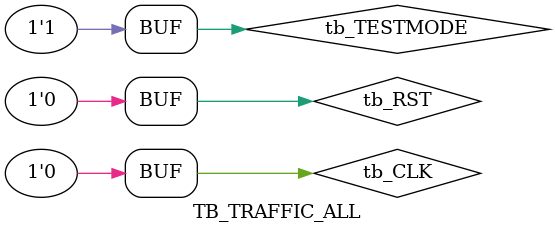
<source format=v>
module TB_TRAFFIC_ALL;
    reg tb_CLK;
    reg tb_RST;
    reg tb_TESTMODE;
    wire tb_G_CAR;
    wire tb_Y_CAR;
    wire tb_R_CAR;
    wire tb_G_PEDES;
    wire tb_R_PEDES;
    
    // Instantiate the DUT
    TRAFFIC_ALL DUT (
        .CLK(tb_CLK),
        .RST(tb_RST),
        .TESTMODE(tb_TESTMODE),
        .G_CAR(tb_G_CAR),
        .Y_CAR(tb_Y_CAR),
        .R_CAR(tb_R_CAR),
        .G_PEDES(tb_G_PEDES),
        .R_PEDES(tb_R_PEDES)
    );
    
    initial begin
        tb_CLK = 0;
        tb_RST = 1;
        tb_TESTMODE = 1;
        #5 tb_CLK = !tb_CLK;
        #113 tb_RST = 0;
        #5 tb_CLK = !tb_CLK;
    end
    
endmodule

</source>
